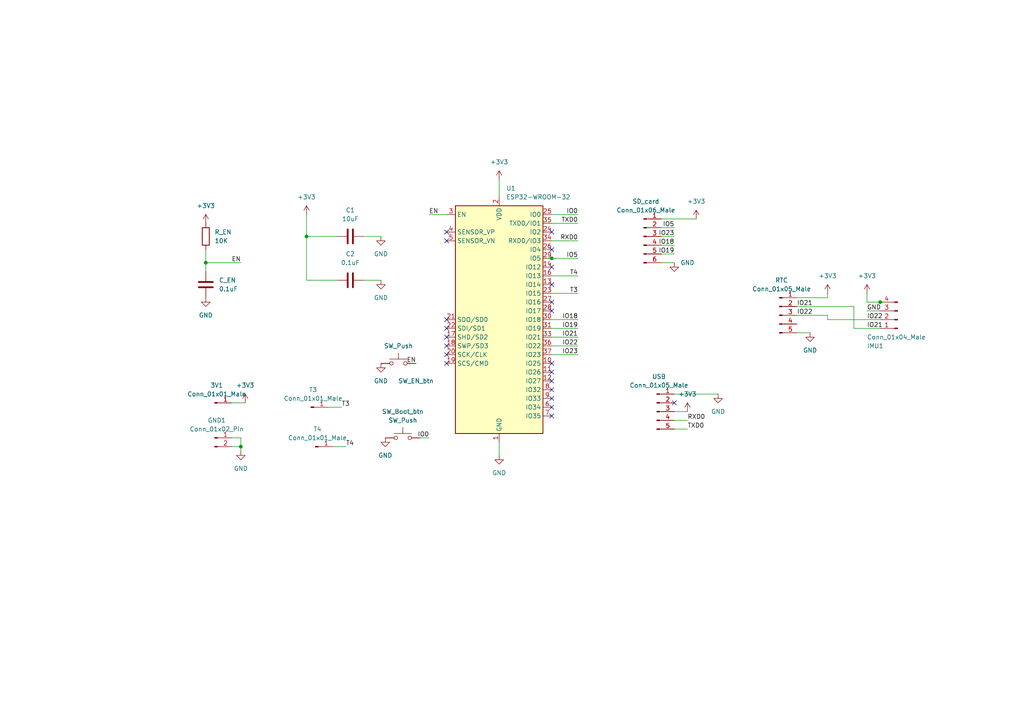
<source format=kicad_sch>
(kicad_sch (version 20230121) (generator eeschema)
  (paper "A4")
  (lib_symbols
    (symbol "Connector:Conn_01x01_Male" (pin_names (offset 1.016) hide)
      (property "Reference" "J" (at 0 2.54 0))
      (property "Value" "Conn_01x01_Male" (at 0 -2.54 0))
      (symbol "Conn_01x01_Male_1_1"
        (polyline (pts (xy 1.27 0) (xy 0.8636 0)) (stroke (width 0.1524)))
        (rectangle (start 0.8636 0.127) (end 0 -0.127) (stroke (width 0.1524)) (fill (type outline)))
        (pin passive line (at 5.08 0 180) (length 3.81) (name "Pin_1") (number "1"))
      )
    )
    (symbol "Connector:Conn_01x02_Pin" (pin_names (offset 1.016) hide)
      (property "Reference" "J" (at 0 2.54 0))
      (property "Value" "Conn_01x02_Pin" (at 0 -5.08 0))
      (symbol "Conn_01x02_Pin_1_1"
        (polyline (pts (xy 1.27 -2.54) (xy 0.8636 -2.54)) (stroke (width 0.1524)))
        (polyline (pts (xy 1.27 0) (xy 0.8636 0)) (stroke (width 0.1524)))
        (rectangle (start 0.8636 -2.413) (end 0 -2.667) (stroke (width 0.1524)) (fill (type outline)))
        (rectangle (start 0.8636 0.127) (end 0 -0.127) (stroke (width 0.1524)) (fill (type outline)))
        (pin passive line (at 5.08 0 180) (length 3.81) (name "Pin_1") (number "1"))
        (pin passive line (at 5.08 -2.54 180) (length 3.81) (name "Pin_2") (number "2"))
      )
    )
    (symbol "Connector:Conn_01x04_Male" (pin_names (offset 1.016) hide)
      (property "Reference" "J" (at 0 5.08 0))
      (property "Value" "Conn_01x04_Male" (at 0 -7.62 0))
      (symbol "Conn_01x04_Male_1_1"
        (polyline (pts (xy 1.27 -5.08) (xy 0.8636 -5.08)) (stroke (width 0.1524)))
        (polyline (pts (xy 1.27 -2.54) (xy 0.8636 -2.54)) (stroke (width 0.1524)))
        (polyline (pts (xy 1.27 0) (xy 0.8636 0)) (stroke (width 0.1524)))
        (polyline (pts (xy 1.27 2.54) (xy 0.8636 2.54)) (stroke (width 0.1524)))
        (rectangle (start 0.8636 -4.953) (end 0 -5.207) (stroke (width 0.1524)) (fill (type outline)))
        (rectangle (start 0.8636 -2.413) (end 0 -2.667) (stroke (width 0.1524)) (fill (type outline)))
        (rectangle (start 0.8636 0.127) (end 0 -0.127) (stroke (width 0.1524)) (fill (type outline)))
        (rectangle (start 0.8636 2.667) (end 0 2.413) (stroke (width 0.1524)) (fill (type outline)))
        (pin passive line (at 5.08 2.54 180) (length 3.81) (name "Pin_1") (number "1"))
        (pin passive line (at 5.08 0 180) (length 3.81) (name "Pin_2") (number "2"))
        (pin passive line (at 5.08 -2.54 180) (length 3.81) (name "Pin_3") (number "3"))
        (pin passive line (at 5.08 -5.08 180) (length 3.81) (name "Pin_4") (number "4"))
      )
    )
    (symbol "Connector:Conn_01x05_Male" (pin_names (offset 1.016) hide)
      (property "Reference" "J" (at 0 7.62 0))
      (property "Value" "Conn_01x05_Male" (at 0 -7.62 0))
      (symbol "Conn_01x05_Male_1_1"
        (polyline (pts (xy 1.27 -5.08) (xy 0.8636 -5.08)) (stroke (width 0.1524)))
        (polyline (pts (xy 1.27 -2.54) (xy 0.8636 -2.54)) (stroke (width 0.1524)))
        (polyline (pts (xy 1.27 0) (xy 0.8636 0)) (stroke (width 0.1524)))
        (polyline (pts (xy 1.27 2.54) (xy 0.8636 2.54)) (stroke (width 0.1524)))
        (polyline (pts (xy 1.27 5.08) (xy 0.8636 5.08)) (stroke (width 0.1524)))
        (rectangle (start 0.8636 -4.953) (end 0 -5.207) (stroke (width 0.1524)) (fill (type outline)))
        (rectangle (start 0.8636 -2.413) (end 0 -2.667) (stroke (width 0.1524)) (fill (type outline)))
        (rectangle (start 0.8636 0.127) (end 0 -0.127) (stroke (width 0.1524)) (fill (type outline)))
        (rectangle (start 0.8636 2.667) (end 0 2.413) (stroke (width 0.1524)) (fill (type outline)))
        (rectangle (start 0.8636 5.207) (end 0 4.953) (stroke (width 0.1524)) (fill (type outline)))
        (pin passive line (at 5.08 5.08 180) (length 3.81) (name "Pin_1") (number "1"))
        (pin passive line (at 5.08 2.54 180) (length 3.81) (name "Pin_2") (number "2"))
        (pin passive line (at 5.08 0 180) (length 3.81) (name "Pin_3") (number "3"))
        (pin passive line (at 5.08 -2.54 180) (length 3.81) (name "Pin_4") (number "4"))
        (pin passive line (at 5.08 -5.08 180) (length 3.81) (name "Pin_5") (number "5"))
      )
    )
    (symbol "Connector:Conn_01x06_Male" (pin_names (offset 1.016) hide)
      (property "Reference" "J" (at 0 7.62 0))
      (property "Value" "Conn_01x06_Male" (at 0 -10.16 0))
      (symbol "Conn_01x06_Male_1_1"
        (polyline (pts (xy 1.27 -7.62) (xy 0.8636 -7.62)) (stroke (width 0.1524)))
        (polyline (pts (xy 1.27 -5.08) (xy 0.8636 -5.08)) (stroke (width 0.1524)))
        (polyline (pts (xy 1.27 -2.54) (xy 0.8636 -2.54)) (stroke (width 0.1524)))
        (polyline (pts (xy 1.27 0) (xy 0.8636 0)) (stroke (width 0.1524)))
        (polyline (pts (xy 1.27 2.54) (xy 0.8636 2.54)) (stroke (width 0.1524)))
        (polyline (pts (xy 1.27 5.08) (xy 0.8636 5.08)) (stroke (width 0.1524)))
        (rectangle (start 0.8636 -7.493) (end 0 -7.747) (stroke (width 0.1524)) (fill (type outline)))
        (rectangle (start 0.8636 -4.953) (end 0 -5.207) (stroke (width 0.1524)) (fill (type outline)))
        (rectangle (start 0.8636 -2.413) (end 0 -2.667) (stroke (width 0.1524)) (fill (type outline)))
        (rectangle (start 0.8636 0.127) (end 0 -0.127) (stroke (width 0.1524)) (fill (type outline)))
        (rectangle (start 0.8636 2.667) (end 0 2.413) (stroke (width 0.1524)) (fill (type outline)))
        (rectangle (start 0.8636 5.207) (end 0 4.953) (stroke (width 0.1524)) (fill (type outline)))
        (pin passive line (at 5.08 5.08 180) (length 3.81) (name "Pin_1") (number "1"))
        (pin passive line (at 5.08 2.54 180) (length 3.81) (name "Pin_2") (number "2"))
        (pin passive line (at 5.08 0 180) (length 3.81) (name "Pin_3") (number "3"))
        (pin passive line (at 5.08 -2.54 180) (length 3.81) (name "Pin_4") (number "4"))
        (pin passive line (at 5.08 -5.08 180) (length 3.81) (name "Pin_5") (number "5"))
        (pin passive line (at 5.08 -7.62 180) (length 3.81) (name "Pin_6") (number "6"))
      )
    )
    (symbol "Device:C" (pin_numbers hide) (pin_names (offset 0.254))
      (property "Reference" "C" (at 0.635 2.54 0))
      (property "Value" "C" (at 0.635 -2.54 0))
      (symbol "C_0_1"
        (polyline (pts (xy -2.032 -0.762) (xy 2.032 -0.762)) (stroke (width 0.508)))
        (polyline (pts (xy -2.032 0.762) (xy 2.032 0.762)) (stroke (width 0.508)))
      )
      (symbol "C_1_1"
        (pin passive line (at 0 3.81 270) (length 2.794) (name "~") (number "1"))
        (pin passive line (at 0 -3.81 90) (length 2.794) (name "~") (number "2"))
      )
    )
    (symbol "Device:R" (pin_numbers hide) (pin_names (offset 0))
      (property "Reference" "R" (at 2.032 0 90))
      (property "Value" "R" (at 0 0 90))
      (symbol "R_0_1"
        (rectangle (start -1.016 -2.54) (end 1.016 2.54) (stroke (width 0.254)))
      )
      (symbol "R_1_1"
        (pin passive line (at 0 3.81 270) (length 1.27) (name "~") (number "1"))
        (pin passive line (at 0 -3.81 90) (length 1.27) (name "~") (number "2"))
      )
    )
    (symbol "GND_1" (power) (pin_names (offset 0))
      (property "Value" "GND_1" (at 0 -3.81 0))
      (symbol "GND_1_0_1"
        (polyline (pts (xy 0 0) (xy 0 -1.27) (xy 1.27 -1.27) (xy 0 -2.54) (xy -1.27 -1.27) (xy 0 -1.27)))
      )
      (symbol "GND_1_1_1"
        (pin power_in line (at 0 0 270) (length 0) hide (name "GND") (number "1"))
      )
    )
    (symbol "RF_Module:ESP32-WROOM-32"
      (property "Reference" "U" (at -12.7 34.29 0))
      (property "Value" "ESP32-WROOM-32" (at 1.27 34.29 0))
      (symbol "ESP32-WROOM-32_0_1"
        (rectangle (start -12.7 33.02) (end 12.7 -33.02) (stroke (width 0.254)) (fill (type background)))
      )
      (symbol "ESP32-WROOM-32_1_1"
        (pin power_in line (at 0 -35.56 90) (length 2.54) (name "GND") (number "1"))
        (pin bidirectional line (at 15.24 -12.7 180) (length 2.54) (name "IO25") (number "10"))
        (pin bidirectional line (at 15.24 -15.24 180) (length 2.54) (name "IO26") (number "11"))
        (pin bidirectional line (at 15.24 -17.78 180) (length 2.54) (name "IO27") (number "12"))
        (pin bidirectional line (at 15.24 10.16 180) (length 2.54) (name "IO14") (number "13"))
        (pin bidirectional line (at 15.24 15.24 180) (length 2.54) (name "IO12") (number "14"))
        (pin passive line (at 0 -35.56 90) (length 2.54) hide (name "GND") (number "15"))
        (pin bidirectional line (at 15.24 12.7 180) (length 2.54) (name "IO13") (number "16"))
        (pin bidirectional line (at -15.24 -5.08 0) (length 2.54) (name "SHD/SD2") (number "17"))
        (pin bidirectional line (at -15.24 -7.62 0) (length 2.54) (name "SWP/SD3") (number "18"))
        (pin bidirectional line (at -15.24 -12.7 0) (length 2.54) (name "SCS/CMD") (number "19"))
        (pin power_in line (at 0 35.56 270) (length 2.54) (name "VDD") (number "2"))
        (pin bidirectional line (at -15.24 -10.16 0) (length 2.54) (name "SCK/CLK") (number "20"))
        (pin bidirectional line (at -15.24 0 0) (length 2.54) (name "SDO/SD0") (number "21"))
        (pin bidirectional line (at -15.24 -2.54 0) (length 2.54) (name "SDI/SD1") (number "22"))
        (pin bidirectional line (at 15.24 7.62 180) (length 2.54) (name "IO15") (number "23"))
        (pin bidirectional line (at 15.24 25.4 180) (length 2.54) (name "IO2") (number "24"))
        (pin bidirectional line (at 15.24 30.48 180) (length 2.54) (name "IO0") (number "25"))
        (pin bidirectional line (at 15.24 20.32 180) (length 2.54) (name "IO4") (number "26"))
        (pin bidirectional line (at 15.24 5.08 180) (length 2.54) (name "IO16") (number "27"))
        (pin bidirectional line (at 15.24 2.54 180) (length 2.54) (name "IO17") (number "28"))
        (pin bidirectional line (at 15.24 17.78 180) (length 2.54) (name "IO5") (number "29"))
        (pin input line (at -15.24 30.48 0) (length 2.54) (name "EN") (number "3"))
        (pin bidirectional line (at 15.24 0 180) (length 2.54) (name "IO18") (number "30"))
        (pin bidirectional line (at 15.24 -2.54 180) (length 2.54) (name "IO19") (number "31"))
        (pin no_connect line (at -12.7 -27.94 0) (length 2.54) hide (name "NC") (number "32"))
        (pin bidirectional line (at 15.24 -5.08 180) (length 2.54) (name "IO21") (number "33"))
        (pin bidirectional line (at 15.24 22.86 180) (length 2.54) (name "RXD0/IO3") (number "34"))
        (pin bidirectional line (at 15.24 27.94 180) (length 2.54) (name "TXD0/IO1") (number "35"))
        (pin bidirectional line (at 15.24 -7.62 180) (length 2.54) (name "IO22") (number "36"))
        (pin bidirectional line (at 15.24 -10.16 180) (length 2.54) (name "IO23") (number "37"))
        (pin passive line (at 0 -35.56 90) (length 2.54) hide (name "GND") (number "38"))
        (pin passive line (at 0 -35.56 90) (length 2.54) hide (name "GND") (number "39"))
        (pin input line (at -15.24 25.4 0) (length 2.54) (name "SENSOR_VP") (number "4"))
        (pin input line (at -15.24 22.86 0) (length 2.54) (name "SENSOR_VN") (number "5"))
        (pin input line (at 15.24 -25.4 180) (length 2.54) (name "IO34") (number "6"))
        (pin input line (at 15.24 -27.94 180) (length 2.54) (name "IO35") (number "7"))
        (pin bidirectional line (at 15.24 -20.32 180) (length 2.54) (name "IO32") (number "8"))
        (pin bidirectional line (at 15.24 -22.86 180) (length 2.54) (name "IO33") (number "9"))
      )
    )
    (symbol "Switch:SW_Push" (pin_numbers hide) (pin_names (offset 1.016) hide)
      (property "Reference" "SW" (at 1.27 2.54 0))
      (property "Value" "SW_Push" (at 0 -1.524 0))
      (symbol "SW_Push_0_1"
        (circle (center -2.032 0) (radius 0.508))
        (polyline (pts (xy 0 1.27) (xy 0 3.048)))
        (polyline (pts (xy 2.54 1.27) (xy -2.54 1.27)))
        (circle (center 2.032 0) (radius 0.508))
        (pin passive line (at -5.08 0 0) (length 2.54) (name "1") (number "1"))
        (pin passive line (at 5.08 0 180) (length 2.54) (name "2") (number "2"))
      )
    )
    (symbol "power:+3V3" (power) (pin_names (offset 0))
      (property "Value" "+3V3" (at 0 3.556 0))
      (symbol "+3V3_0_1"
        (polyline (pts (xy -0.762 1.27) (xy 0 2.54)))
        (polyline (pts (xy 0 0) (xy 0 2.54)))
        (polyline (pts (xy 0 2.54) (xy 0.762 1.27)))
      )
      (symbol "+3V3_1_1"
        (pin power_in line (at 0 0 90) (length 0) hide (name "+3V3") (number "1"))
      )
    )
    (symbol "power:GND" (power) (pin_names (offset 0))
      (property "Value" "GND" (at 0 -3.81 0))
      (symbol "GND_0_1"
        (polyline (pts (xy 0 0) (xy 0 -1.27) (xy 1.27 -1.27) (xy 0 -2.54) (xy -1.27 -1.27) (xy 0 -1.27)))
      )
      (symbol "GND_1_1"
        (pin power_in line (at 0 0 270) (length 0) hide (name "GND") (number "1"))
      )
    )
  )
  (junction (at 255.27 87.63))
  (junction (at 69.85 129.54))
  (junction (at 160.02 74.93))
  (junction (at 88.9 68.58))
  (junction (at 59.69 76.2))
  (no_connect (at 195.58 116.84))
  (no_connect (at 160.02 67.31))
  (no_connect (at 160.02 72.39))
  (no_connect (at 129.54 69.85))
  (no_connect (at 129.54 67.31))
  (no_connect (at 129.54 100.33))
  (no_connect (at 129.54 97.79))
  (no_connect (at 129.54 92.71))
  (no_connect (at 129.54 95.25))
  (no_connect (at 160.02 77.47))
  (no_connect (at 129.54 102.87))
  (no_connect (at 129.54 105.41))
  (no_connect (at 160.02 120.65))
  (no_connect (at 160.02 105.41))
  (no_connect (at 160.02 107.95))
  (no_connect (at 160.02 110.49))
  (no_connect (at 160.02 113.03))
  (no_connect (at 160.02 115.57))
  (no_connect (at 160.02 118.11))
  (no_connect (at 160.02 82.55))
  (no_connect (at 160.02 87.63))
  (no_connect (at 160.02 90.17))
  (wire (pts (xy 67.31 129.54) (xy 69.85 129.54)))
  (wire (pts (xy 160.02 80.01) (xy 167.64 80.01)))
  (wire (pts (xy 88.9 68.58) (xy 88.9 81.28)))
  (wire (pts (xy 160.02 74.93) (xy 167.64 74.93)))
  (wire (pts (xy 158.75 74.93) (xy 160.02 74.93)))
  (wire (pts (xy 251.46 90.17) (xy 255.27 90.17)))
  (wire (pts (xy 240.03 86.36) (xy 240.03 85.09)))
  (wire (pts (xy 96.52 129.54) (xy 100.33 129.54)))
  (wire (pts (xy 144.78 52.07) (xy 144.78 57.15)))
  (wire (pts (xy 88.9 62.23) (xy 88.9 68.58)))
  (wire (pts (xy 240.03 92.71) (xy 255.27 92.71)))
  (wire (pts (xy 251.46 87.63) (xy 255.27 87.63)))
  (wire (pts (xy 195.58 71.12) (xy 191.77 71.12)))
  (wire (pts (xy 247.65 95.25) (xy 247.65 88.9)))
  (wire (pts (xy 59.69 76.2) (xy 69.85 76.2)))
  (wire (pts (xy 144.78 128.27) (xy 144.78 132.08)))
  (wire (pts (xy 160.02 85.09) (xy 167.64 85.09)))
  (wire (pts (xy 160.02 62.23) (xy 167.64 62.23)))
  (wire (pts (xy 251.46 87.63) (xy 251.46 85.09)))
  (wire (pts (xy 255.27 87.63) (xy 256.54 87.63)))
  (wire (pts (xy 231.14 86.36) (xy 240.03 86.36)))
  (wire (pts (xy 124.46 62.23) (xy 129.54 62.23)))
  (wire (pts (xy 69.85 127) (xy 69.85 129.54)))
  (wire (pts (xy 160.02 95.25) (xy 167.64 95.25)))
  (wire (pts (xy 160.02 97.79) (xy 167.64 97.79)))
  (wire (pts (xy 160.02 92.71) (xy 167.64 92.71)))
  (wire (pts (xy 88.9 68.58) (xy 97.79 68.58)))
  (wire (pts (xy 247.65 95.25) (xy 255.27 95.25)))
  (wire (pts (xy 160.02 69.85) (xy 167.64 69.85)))
  (wire (pts (xy 88.9 81.28) (xy 97.79 81.28)))
  (wire (pts (xy 195.58 121.92) (xy 199.39 121.92)))
  (wire (pts (xy 195.58 119.38) (xy 199.39 119.38)))
  (wire (pts (xy 69.85 129.54) (xy 69.85 130.81)))
  (wire (pts (xy 110.49 81.28) (xy 105.41 81.28)))
  (wire (pts (xy 195.58 114.3) (xy 208.28 114.3)))
  (wire (pts (xy 160.02 102.87) (xy 167.64 102.87)))
  (wire (pts (xy 160.02 64.77) (xy 167.64 64.77)))
  (wire (pts (xy 195.58 68.58) (xy 191.77 68.58)))
  (wire (pts (xy 231.14 88.9) (xy 247.65 88.9)))
  (wire (pts (xy 59.69 76.2) (xy 59.69 78.74)))
  (wire (pts (xy 67.31 127) (xy 69.85 127)))
  (wire (pts (xy 121.92 127) (xy 124.46 127)))
  (wire (pts (xy 195.58 73.66) (xy 191.77 73.66)))
  (wire (pts (xy 160.02 100.33) (xy 167.64 100.33)))
  (wire (pts (xy 231.14 91.44) (xy 240.03 91.44)))
  (wire (pts (xy 59.69 72.39) (xy 59.69 76.2)))
  (wire (pts (xy 67.31 116.84) (xy 71.12 116.84)))
  (wire (pts (xy 195.58 66.04) (xy 191.77 66.04)))
  (wire (pts (xy 95.25 118.11) (xy 99.06 118.11)))
  (wire (pts (xy 110.49 68.58) (xy 105.41 68.58)))
  (wire (pts (xy 240.03 91.44) (xy 240.03 92.71)))
  (wire (pts (xy 231.14 96.52) (xy 234.95 96.52)))
  (wire (pts (xy 201.93 63.5) (xy 191.77 63.5)))
  (wire (pts (xy 195.58 124.46) (xy 199.39 124.46)))
  (wire (pts (xy 195.58 76.2) (xy 191.77 76.2)))
  (label "T4" (at 100.33 129.54 0))
  (label "IO22" (at 251.46 92.71 0))
  (label "IO5" (at 167.64 74.93 180))
  (label "RXD0" (at 199.39 121.92 0))
  (label "GND" (at 251.46 90.17 0))
  (label "IO0" (at 124.46 127 180))
  (label "IO18" (at 167.64 92.71 180))
  (label "IO18" (at 195.58 71.12 180))
  (label "IO19" (at 195.58 73.66 180))
  (label "IO23" (at 195.58 68.58 180))
  (label "IO21" (at 231.14 88.9 0))
  (label "IO21" (at 251.46 95.25 0))
  (label "IO21" (at 167.64 97.79 180))
  (label "IO0" (at 167.64 62.23 180))
  (label "EN" (at 120.65 105.41 180))
  (label "IO22" (at 231.14 91.44 0))
  (label "IO23" (at 167.64 102.87 180))
  (label "EN" (at 69.85 76.2 180))
  (label "TXD0" (at 199.39 124.46 0))
  (label "RXD0" (at 167.64 69.85 180))
  (label "IO22" (at 167.64 100.33 180))
  (label "TXD0" (at 167.64 64.77 180))
  (label "EN" (at 124.46 62.23 0))
  (label "T3" (at 167.64 85.09 180))
  (label "T3" (at 99.06 118.11 0))
  (label "T4" (at 167.64 80.01 180))
  (label "IO19" (at 167.64 95.25 180))
  (label "IO5" (at 195.58 66.04 180))
  (symbol (lib_id "power:+3V3") (at 240.03 85.09 0) (unit 1)
    (property "Reference" "#PWR01" (effects hide))
    (property "Value" "+3V3" (at 240.03 80.01 0))
  )
  (symbol (lib_id "power:+3V3") (at 251.46 85.09 0) (unit 1)
    (property "Reference" "#PWR0115" (effects hide))
    (property "Value" "+3V3" (at 251.46 80.01 0))
  )
  (symbol (lib_id "Switch:SW_Push") (at 116.84 127 0) (unit 1)
    (property "Reference" "SW_Boot_btn" (at 116.84 119.38 0))
    (property "Value" "SW_Push" (at 116.84 121.92 0))
    (property "Footprint" "Button_Switch_SMD:SW_Push_1P1T_NO_6x6mm_H9.5mm" (effects hide))
  )
  (symbol (lib_id "Connector:Conn_01x01_Male") (at 91.44 129.54 0) (unit 1)
    (property "Reference" "T4" (at 92.075 124.46 0))
    (property "Value" "Conn_01x01_Male" (at 92.075 127 0))
    (property "Footprint" "Connector_PinSocket_2.54mm:PinSocket_1x01_P2.54mm_Vertical" (effects hide))
  )
  (symbol (lib_id "Device:C") (at 59.69 82.55 0) (unit 1)
    (property "Reference" "C_EN" (at 63.5 81.28 0) (effects (justify left)))
    (property "Value" "0.1uF" (at 63.5 83.82 0) (effects (justify left)))
    (property "Footprint" "Capacitor_SMD:C_0805_2012Metric_Pad1.18x1.45mm_HandSolder" (effects hide))
  )
  (symbol (lib_id "power:+3V3") (at 201.93 63.5 0) (unit 1)
    (property "Reference" "#PWR0109" (effects hide))
    (property "Value" "+3V3" (at 201.93 58.42 0))
  )
  (symbol (lib_id "power:+3V3") (at 88.9 62.23 0) (unit 1)
    (property "Reference" "#PWR0103" (effects hide))
    (property "Value" "+3V3" (at 88.9 57.15 0))
  )
  (symbol (lib_id "Connector:Conn_01x06_Male") (at 186.69 68.58 0) (unit 1)
    (property "Reference" "SD_card" (at 187.325 58.42 0))
    (property "Value" "Conn_01x06_Male" (at 187.325 60.96 0))
    (property "Footprint" "Connector_PinSocket_2.54mm:PinSocket_1x06_P2.54mm_Vertical" (effects hide))
  )
  (symbol (lib_id "power:GND") (at 195.58 76.2 0) (unit 1)
    (property "Reference" "#PWR0111" (effects hide))
    (property "Value" "GND" (at 199.39 76.2 0))
  )
  (symbol (lib_id "Connector:Conn_01x05_Male") (at 226.06 91.44 0) (unit 1)
    (property "Reference" "RTC" (at 226.695 81.28 0))
    (property "Value" "Conn_01x05_Male" (at 226.695 83.82 0))
    (property "Footprint" "Connector_PinSocket_2.54mm:PinSocket_1x05_P2.54mm_Vertical" (effects hide))
  )
  (symbol (lib_id "Connector:Conn_01x01_Male") (at 62.23 116.84 0) (unit 1)
    (property "Reference" "3V1" (at 62.865 111.76 0))
    (property "Value" "Conn_01x01_Male" (at 62.865 114.3 0))
    (property "Footprint" "Connector_PinSocket_2.54mm:PinSocket_1x01_P2.54mm_Vertical" (effects hide))
  )
  (symbol (lib_id "Device:C") (at 101.6 68.58 90) (unit 1)
    (property "Reference" "C1" (at 101.6 60.96 90))
    (property "Value" "10uF" (at 101.6 63.5 90))
    (property "Footprint" "Capacitor_SMD:C_0805_2012Metric_Pad1.18x1.45mm_HandSolder" (effects hide))
  )
  (symbol (lib_id "power:GND") (at 208.28 114.3 0) (unit 1)
    (property "Reference" "#PWR0110" (effects hide))
    (property "Value" "GND" (at 208.28 119.38 0))
  )
  (symbol (lib_id "power:GND") (at 144.78 132.08 0) (unit 1)
    (property "Reference" "#PWR0101" (effects hide))
    (property "Value" "GND" (at 144.78 137.16 0))
  )
  (symbol (lib_id "power:GND") (at 110.49 68.58 0) (unit 1)
    (property "Reference" "#PWR0107" (effects hide))
    (property "Value" "GND" (at 110.49 73.66 0))
  )
  (symbol (lib_id "power:+3V3") (at 59.69 64.77 0) (unit 1)
    (property "Reference" "#PWR0102" (effects hide))
    (property "Value" "+3V3" (at 59.69 59.69 0))
  )
  (symbol (lib_id "Connector:Conn_01x04_Male") (at 260.35 92.71 180) (unit 1)
    (property "Reference" "IMU1" (at 251.46 100.33 0) (effects (justify right)))
    (property "Value" "Conn_01x04_Male" (at 251.46 97.79 0) (effects (justify right)))
    (property "Footprint" "Connector_PinSocket_2.54mm:PinSocket_1x04_P2.54mm_Vertical" (effects hide))
  )
  (symbol (lib_id "Connector:Conn_01x05_Male") (at 190.5 119.38 0) (unit 1)
    (property "Reference" "USB" (at 191.135 109.22 0))
    (property "Value" "Conn_01x05_Male" (at 191.135 111.76 0))
    (property "Footprint" "Connector_PinSocket_2.54mm:PinSocket_1x05_P2.54mm_Vertical" (effects hide))
  )
  (symbol (lib_id "power:GND") (at 110.49 105.41 0) (unit 1)
    (property "Reference" "#PWR0105" (effects hide))
    (property "Value" "GND" (at 110.49 110.49 0))
  )
  (symbol (lib_name "GND_1") (lib_id "power:GND") (at 69.85 130.81 0) (unit 1)
    (property "Reference" "#PWR03" (effects hide))
    (property "Value" "GND" (at 69.85 135.89 0))
  )
  (symbol (lib_id "Connector:Conn_01x01_Male") (at 90.17 118.11 0) (unit 1)
    (property "Reference" "T3" (at 90.805 113.03 0))
    (property "Value" "Conn_01x01_Male" (at 90.805 115.57 0))
    (property "Footprint" "Connector_PinSocket_2.54mm:PinSocket_1x01_P2.54mm_Vertical" (effects hide))
  )
  (symbol (lib_id "power:GND") (at 234.95 96.52 0) (unit 1)
    (property "Reference" "#PWR02" (effects hide))
    (property "Value" "GND" (at 234.95 101.6 0))
  )
  (symbol (lib_id "Switch:SW_Push") (at 115.57 105.41 0) (unit 1)
    (property "Reference" "SW_EN_btn" (at 120.65 110.49 0))
    (property "Value" "SW_Push" (at 115.57 100.33 0))
    (property "Footprint" "Button_Switch_SMD:SW_Push_1P1T_NO_6x6mm_H9.5mm" (effects hide))
  )
  (symbol (lib_id "Device:C") (at 101.6 81.28 90) (unit 1)
    (property "Reference" "C2" (at 101.6 73.66 90))
    (property "Value" "0.1uF" (at 101.6 76.2 90))
    (property "Footprint" "Capacitor_SMD:C_0805_2012Metric_Pad1.18x1.45mm_HandSolder" (effects hide))
  )
  (symbol (lib_id "power:GND") (at 59.69 86.36 0) (unit 1)
    (property "Reference" "#PWR0104" (effects hide))
    (property "Value" "GND" (at 59.69 91.44 0))
  )
  (symbol (lib_id "power:+3V3") (at 71.12 116.84 0) (unit 1)
    (property "Reference" "#PWR0114" (effects hide))
    (property "Value" "+3V3" (at 71.12 111.76 0))
  )
  (symbol (lib_id "Connector:Conn_01x02_Pin") (at 62.23 127 0) (unit 1)
    (property "Reference" "GND1" (at 62.865 121.92 0))
    (property "Value" "Conn_01x02_Pin" (at 62.865 124.46 0))
    (property "Footprint" "Connector_PinSocket_2.54mm:PinSocket_1x02_P2.54mm_Vertical" (effects hide))
  )
  (symbol (lib_id "power:+3V3") (at 144.78 52.07 0) (unit 1)
    (property "Reference" "#PWR0112" (effects hide))
    (property "Value" "+3V3" (at 144.78 46.99 0))
  )
  (symbol (lib_id "power:GND") (at 111.76 127 0) (unit 1)
    (property "Reference" "#PWR0106" (effects hide))
    (property "Value" "GND" (at 111.76 132.08 0))
  )
  (symbol (lib_id "power:GND") (at 110.49 81.28 0) (unit 1)
    (property "Reference" "#PWR0108" (effects hide))
    (property "Value" "GND" (at 110.49 86.36 0))
  )
  (symbol (lib_id "power:+3V3") (at 199.39 119.38 0) (unit 1)
    (property "Reference" "#PWR0116" (effects hide))
    (property "Value" "+3V3" (at 199.39 114.3 0))
  )
  (symbol (lib_id "RF_Module:ESP32-WROOM-32") (at 144.78 92.71 0) (unit 1)
    (property "Reference" "U1" (at 146.7994 54.61 0) (effects (justify left)))
    (property "Value" "ESP32-WROOM-32" (at 146.7994 57.15 0) (effects (justify left)))
    (property "Footprint" "RF_Module:ESP32-WROOM-32" (effects hide))
    (property "Datasheet" "https://www.espressif.com/sites/default/files/documentation/esp32-wroom-32_datasheet_en.pdf" (effects hide))
  )
  (symbol (lib_id "Device:R") (at 59.69 68.58 0) (unit 1)
    (property "Reference" "R_EN" (at 62.23 67.31 0) (effects (justify left)))
    (property "Value" "10K" (at 62.23 69.85 0) (effects (justify left)))
    (property "Footprint" "Resistor_SMD:R_0603_1608Metric_Pad0.98x0.95mm_HandSolder" (effects hide))
  )
)
</source>
